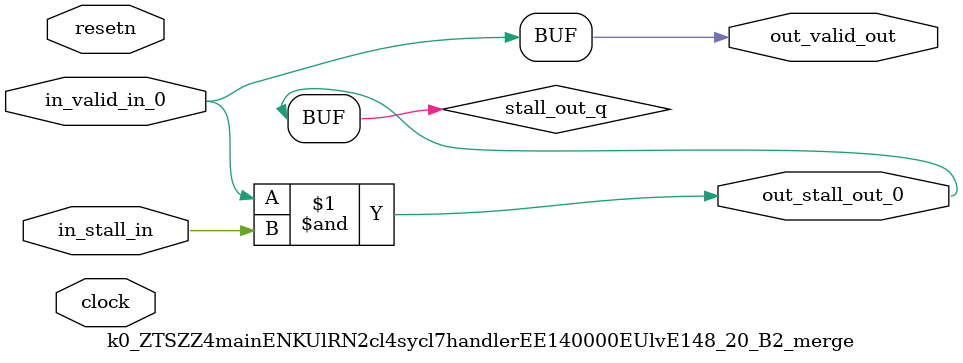
<source format=sv>



(* altera_attribute = "-name AUTO_SHIFT_REGISTER_RECOGNITION OFF; -name MESSAGE_DISABLE 10036; -name MESSAGE_DISABLE 10037; -name MESSAGE_DISABLE 14130; -name MESSAGE_DISABLE 14320; -name MESSAGE_DISABLE 15400; -name MESSAGE_DISABLE 14130; -name MESSAGE_DISABLE 10036; -name MESSAGE_DISABLE 12020; -name MESSAGE_DISABLE 12030; -name MESSAGE_DISABLE 12010; -name MESSAGE_DISABLE 12110; -name MESSAGE_DISABLE 14320; -name MESSAGE_DISABLE 13410; -name MESSAGE_DISABLE 113007; -name MESSAGE_DISABLE 10958" *)
module k0_ZTSZZ4mainENKUlRN2cl4sycl7handlerEE140000EUlvE148_20_B2_merge (
    input wire [0:0] in_stall_in,
    input wire [0:0] in_valid_in_0,
    output wire [0:0] out_stall_out_0,
    output wire [0:0] out_valid_out,
    input wire clock,
    input wire resetn
    );

    wire [0:0] stall_out_q;


    // stall_out(LOGICAL,6)
    assign stall_out_q = in_valid_in_0 & in_stall_in;

    // out_stall_out_0(GPOUT,4)
    assign out_stall_out_0 = stall_out_q;

    // out_valid_out(GPOUT,5)
    assign out_valid_out = in_valid_in_0;

endmodule

</source>
